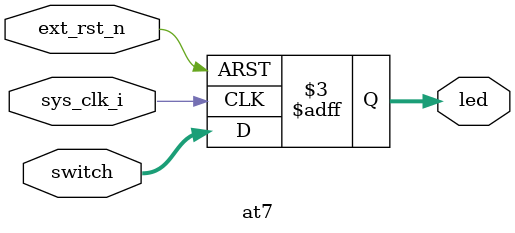
<source format=v>
`timescale 1ns / 1ps


module at7(
    input sys_clk_i,
    input ext_rst_n,
    input [7:0] switch,
    output reg[7:0] led
    );

always @(posedge sys_clk_i or negedge ext_rst_n) begin
    if(!ext_rst_n)  led <= 8'hff;
    else led <= switch;
end
endmodule

</source>
